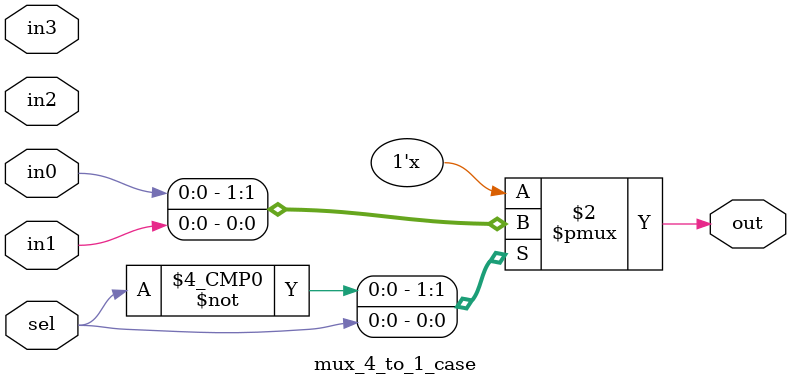
<source format=v>
module mux_4_to_1_case( out, in0, in1, in2, in3, sel ) ;

output out ;
input in0, in1, in2, in3 ;
input sel ;

reg out ;

always @ ( sel or in0 or in1 or in2 or in3 )
begin
  case (sel)
    2'b00: out = in0 ;
    2'b01: out = in1 ;
    2'b10: out = in2 ;
    2'b11: out = in3 ;
    default: out = 0 ;
endcase
    
end 

endmodule

</source>
